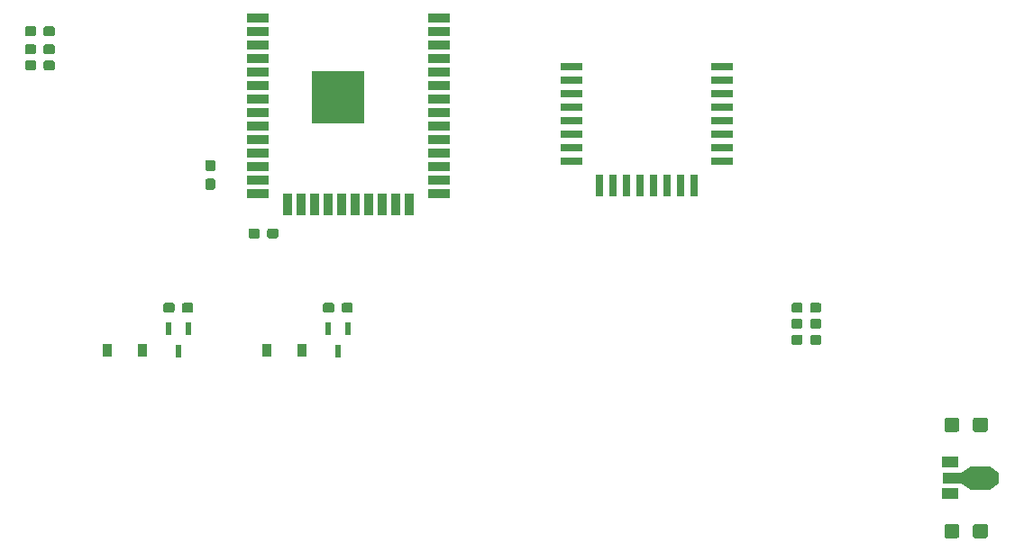
<source format=gbr>
G04 #@! TF.GenerationSoftware,KiCad,Pcbnew,5.1.4+dfsg1-1*
G04 #@! TF.CreationDate,2020-01-26T17:09:30+03:00*
G04 #@! TF.ProjectId,smart-roller-gate-controller,736d6172-742d-4726-9f6c-6c65722d6761,rev?*
G04 #@! TF.SameCoordinates,Original*
G04 #@! TF.FileFunction,Paste,Top*
G04 #@! TF.FilePolarity,Positive*
%FSLAX46Y46*%
G04 Gerber Fmt 4.6, Leading zero omitted, Abs format (unit mm)*
G04 Created by KiCad (PCBNEW 5.1.4+dfsg1-1) date 2020-01-26 17:09:30*
%MOMM*%
%LPD*%
G04 APERTURE LIST*
%ADD10C,0.100000*%
%ADD11C,1.350000*%
%ADD12C,0.850000*%
%ADD13R,1.500000X1.000000*%
%ADD14R,1.800000X1.000000*%
%ADD15R,1.840000X2.200000*%
%ADD16C,1.000000*%
%ADD17R,2.000000X0.700000*%
%ADD18R,0.700000X2.000000*%
%ADD19R,5.000000X5.000000*%
%ADD20R,2.000000X0.900000*%
%ADD21R,0.900000X2.000000*%
%ADD22R,0.600000X1.300000*%
%ADD23C,0.950000*%
%ADD24R,0.900000X1.200000*%
G04 APERTURE END LIST*
D10*
G36*
X193124505Y-139326204D02*
G01*
X193148773Y-139329804D01*
X193172572Y-139335765D01*
X193195671Y-139344030D01*
X193217850Y-139354520D01*
X193238893Y-139367132D01*
X193258599Y-139381747D01*
X193276777Y-139398223D01*
X193293253Y-139416401D01*
X193307868Y-139436107D01*
X193320480Y-139457150D01*
X193330970Y-139479329D01*
X193339235Y-139502428D01*
X193345196Y-139526227D01*
X193348796Y-139550495D01*
X193350000Y-139574999D01*
X193350000Y-140425001D01*
X193348796Y-140449505D01*
X193345196Y-140473773D01*
X193339235Y-140497572D01*
X193330970Y-140520671D01*
X193320480Y-140542850D01*
X193307868Y-140563893D01*
X193293253Y-140583599D01*
X193276777Y-140601777D01*
X193258599Y-140618253D01*
X193238893Y-140632868D01*
X193217850Y-140645480D01*
X193195671Y-140655970D01*
X193172572Y-140664235D01*
X193148773Y-140670196D01*
X193124505Y-140673796D01*
X193100001Y-140675000D01*
X192199999Y-140675000D01*
X192175495Y-140673796D01*
X192151227Y-140670196D01*
X192127428Y-140664235D01*
X192104329Y-140655970D01*
X192082150Y-140645480D01*
X192061107Y-140632868D01*
X192041401Y-140618253D01*
X192023223Y-140601777D01*
X192006747Y-140583599D01*
X191992132Y-140563893D01*
X191979520Y-140542850D01*
X191969030Y-140520671D01*
X191960765Y-140497572D01*
X191954804Y-140473773D01*
X191951204Y-140449505D01*
X191950000Y-140425001D01*
X191950000Y-139574999D01*
X191951204Y-139550495D01*
X191954804Y-139526227D01*
X191960765Y-139502428D01*
X191969030Y-139479329D01*
X191979520Y-139457150D01*
X191992132Y-139436107D01*
X192006747Y-139416401D01*
X192023223Y-139398223D01*
X192041401Y-139381747D01*
X192061107Y-139367132D01*
X192082150Y-139354520D01*
X192104329Y-139344030D01*
X192127428Y-139335765D01*
X192151227Y-139329804D01*
X192175495Y-139326204D01*
X192199999Y-139325000D01*
X193100001Y-139325000D01*
X193124505Y-139326204D01*
X193124505Y-139326204D01*
G37*
D11*
X192650000Y-140000000D03*
D10*
G36*
X195824505Y-139326204D02*
G01*
X195848773Y-139329804D01*
X195872572Y-139335765D01*
X195895671Y-139344030D01*
X195917850Y-139354520D01*
X195938893Y-139367132D01*
X195958599Y-139381747D01*
X195976777Y-139398223D01*
X195993253Y-139416401D01*
X196007868Y-139436107D01*
X196020480Y-139457150D01*
X196030970Y-139479329D01*
X196039235Y-139502428D01*
X196045196Y-139526227D01*
X196048796Y-139550495D01*
X196050000Y-139574999D01*
X196050000Y-140425001D01*
X196048796Y-140449505D01*
X196045196Y-140473773D01*
X196039235Y-140497572D01*
X196030970Y-140520671D01*
X196020480Y-140542850D01*
X196007868Y-140563893D01*
X195993253Y-140583599D01*
X195976777Y-140601777D01*
X195958599Y-140618253D01*
X195938893Y-140632868D01*
X195917850Y-140645480D01*
X195895671Y-140655970D01*
X195872572Y-140664235D01*
X195848773Y-140670196D01*
X195824505Y-140673796D01*
X195800001Y-140675000D01*
X194899999Y-140675000D01*
X194875495Y-140673796D01*
X194851227Y-140670196D01*
X194827428Y-140664235D01*
X194804329Y-140655970D01*
X194782150Y-140645480D01*
X194761107Y-140632868D01*
X194741401Y-140618253D01*
X194723223Y-140601777D01*
X194706747Y-140583599D01*
X194692132Y-140563893D01*
X194679520Y-140542850D01*
X194669030Y-140520671D01*
X194660765Y-140497572D01*
X194654804Y-140473773D01*
X194651204Y-140449505D01*
X194650000Y-140425001D01*
X194650000Y-139574999D01*
X194651204Y-139550495D01*
X194654804Y-139526227D01*
X194660765Y-139502428D01*
X194669030Y-139479329D01*
X194679520Y-139457150D01*
X194692132Y-139436107D01*
X194706747Y-139416401D01*
X194723223Y-139398223D01*
X194741401Y-139381747D01*
X194761107Y-139367132D01*
X194782150Y-139354520D01*
X194804329Y-139344030D01*
X194827428Y-139335765D01*
X194851227Y-139329804D01*
X194875495Y-139326204D01*
X194899999Y-139325000D01*
X195800001Y-139325000D01*
X195824505Y-139326204D01*
X195824505Y-139326204D01*
G37*
D11*
X195350000Y-140000000D03*
D10*
G36*
X193124505Y-149326204D02*
G01*
X193148773Y-149329804D01*
X193172572Y-149335765D01*
X193195671Y-149344030D01*
X193217850Y-149354520D01*
X193238893Y-149367132D01*
X193258599Y-149381747D01*
X193276777Y-149398223D01*
X193293253Y-149416401D01*
X193307868Y-149436107D01*
X193320480Y-149457150D01*
X193330970Y-149479329D01*
X193339235Y-149502428D01*
X193345196Y-149526227D01*
X193348796Y-149550495D01*
X193350000Y-149574999D01*
X193350000Y-150425001D01*
X193348796Y-150449505D01*
X193345196Y-150473773D01*
X193339235Y-150497572D01*
X193330970Y-150520671D01*
X193320480Y-150542850D01*
X193307868Y-150563893D01*
X193293253Y-150583599D01*
X193276777Y-150601777D01*
X193258599Y-150618253D01*
X193238893Y-150632868D01*
X193217850Y-150645480D01*
X193195671Y-150655970D01*
X193172572Y-150664235D01*
X193148773Y-150670196D01*
X193124505Y-150673796D01*
X193100001Y-150675000D01*
X192199999Y-150675000D01*
X192175495Y-150673796D01*
X192151227Y-150670196D01*
X192127428Y-150664235D01*
X192104329Y-150655970D01*
X192082150Y-150645480D01*
X192061107Y-150632868D01*
X192041401Y-150618253D01*
X192023223Y-150601777D01*
X192006747Y-150583599D01*
X191992132Y-150563893D01*
X191979520Y-150542850D01*
X191969030Y-150520671D01*
X191960765Y-150497572D01*
X191954804Y-150473773D01*
X191951204Y-150449505D01*
X191950000Y-150425001D01*
X191950000Y-149574999D01*
X191951204Y-149550495D01*
X191954804Y-149526227D01*
X191960765Y-149502428D01*
X191969030Y-149479329D01*
X191979520Y-149457150D01*
X191992132Y-149436107D01*
X192006747Y-149416401D01*
X192023223Y-149398223D01*
X192041401Y-149381747D01*
X192061107Y-149367132D01*
X192082150Y-149354520D01*
X192104329Y-149344030D01*
X192127428Y-149335765D01*
X192151227Y-149329804D01*
X192175495Y-149326204D01*
X192199999Y-149325000D01*
X193100001Y-149325000D01*
X193124505Y-149326204D01*
X193124505Y-149326204D01*
G37*
D11*
X192650000Y-150000000D03*
D10*
G36*
X195824505Y-149326204D02*
G01*
X195848773Y-149329804D01*
X195872572Y-149335765D01*
X195895671Y-149344030D01*
X195917850Y-149354520D01*
X195938893Y-149367132D01*
X195958599Y-149381747D01*
X195976777Y-149398223D01*
X195993253Y-149416401D01*
X196007868Y-149436107D01*
X196020480Y-149457150D01*
X196030970Y-149479329D01*
X196039235Y-149502428D01*
X196045196Y-149526227D01*
X196048796Y-149550495D01*
X196050000Y-149574999D01*
X196050000Y-150425001D01*
X196048796Y-150449505D01*
X196045196Y-150473773D01*
X196039235Y-150497572D01*
X196030970Y-150520671D01*
X196020480Y-150542850D01*
X196007868Y-150563893D01*
X195993253Y-150583599D01*
X195976777Y-150601777D01*
X195958599Y-150618253D01*
X195938893Y-150632868D01*
X195917850Y-150645480D01*
X195895671Y-150655970D01*
X195872572Y-150664235D01*
X195848773Y-150670196D01*
X195824505Y-150673796D01*
X195800001Y-150675000D01*
X194899999Y-150675000D01*
X194875495Y-150673796D01*
X194851227Y-150670196D01*
X194827428Y-150664235D01*
X194804329Y-150655970D01*
X194782150Y-150645480D01*
X194761107Y-150632868D01*
X194741401Y-150618253D01*
X194723223Y-150601777D01*
X194706747Y-150583599D01*
X194692132Y-150563893D01*
X194679520Y-150542850D01*
X194669030Y-150520671D01*
X194660765Y-150497572D01*
X194654804Y-150473773D01*
X194651204Y-150449505D01*
X194650000Y-150425001D01*
X194650000Y-149574999D01*
X194651204Y-149550495D01*
X194654804Y-149526227D01*
X194660765Y-149502428D01*
X194669030Y-149479329D01*
X194679520Y-149457150D01*
X194692132Y-149436107D01*
X194706747Y-149416401D01*
X194723223Y-149398223D01*
X194741401Y-149381747D01*
X194761107Y-149367132D01*
X194782150Y-149354520D01*
X194804329Y-149344030D01*
X194827428Y-149335765D01*
X194851227Y-149329804D01*
X194875495Y-149326204D01*
X194899999Y-149325000D01*
X195800001Y-149325000D01*
X195824505Y-149326204D01*
X195824505Y-149326204D01*
G37*
D11*
X195350000Y-150000000D03*
D12*
X196667000Y-145000000D03*
D10*
G36*
X196242000Y-143900000D02*
G01*
X197092000Y-144500000D01*
X197092000Y-145500000D01*
X196242000Y-146100000D01*
X196242000Y-143900000D01*
X196242000Y-143900000D01*
G37*
D13*
X192520000Y-143500000D03*
D14*
X192666500Y-145000000D03*
D13*
X192520000Y-146500000D03*
D15*
X195333500Y-145000000D03*
D16*
X193923800Y-145000000D03*
D10*
G36*
X194423800Y-146100000D02*
G01*
X193423800Y-145400000D01*
X193423800Y-144600000D01*
X194423800Y-143900000D01*
X194423800Y-146100000D01*
X194423800Y-146100000D01*
G37*
D17*
X171050000Y-115240000D03*
X171050000Y-113970000D03*
X171050000Y-112700000D03*
X171050000Y-111430000D03*
X171050000Y-110160000D03*
X171050000Y-108890000D03*
X171050000Y-107620000D03*
X171050000Y-106350000D03*
D18*
X159540000Y-117500000D03*
X160810000Y-117500000D03*
X162080000Y-117500000D03*
X163350000Y-117500000D03*
X164620000Y-117500000D03*
X165890000Y-117500000D03*
X167160000Y-117500000D03*
X168430000Y-117500000D03*
D17*
X156950000Y-106350000D03*
X156950000Y-107620000D03*
X156950000Y-108890000D03*
X156950000Y-110160000D03*
X156950000Y-111430000D03*
X156950000Y-112700000D03*
X156950000Y-113970000D03*
X156950000Y-115240000D03*
D19*
X135000000Y-109245000D03*
D20*
X127500000Y-101745000D03*
X127500000Y-103015000D03*
X127500000Y-104285000D03*
X127500000Y-105555000D03*
X127500000Y-106825000D03*
X127500000Y-108095000D03*
X127500000Y-109365000D03*
X127500000Y-110635000D03*
X127500000Y-111905000D03*
X127500000Y-113175000D03*
X127500000Y-114445000D03*
X127500000Y-115715000D03*
X127500000Y-116985000D03*
X127500000Y-118255000D03*
D21*
X130285000Y-119255000D03*
X131555000Y-119255000D03*
X132825000Y-119255000D03*
X134095000Y-119255000D03*
X135365000Y-119255000D03*
X136635000Y-119255000D03*
X137905000Y-119255000D03*
X139175000Y-119255000D03*
X140445000Y-119255000D03*
X141715000Y-119255000D03*
D20*
X144500000Y-118255000D03*
X144500000Y-116985000D03*
X144500000Y-115715000D03*
X144500000Y-114445000D03*
X144500000Y-113175000D03*
X144500000Y-111905000D03*
X144500000Y-110635000D03*
X144500000Y-109365000D03*
X144500000Y-108095000D03*
X144500000Y-106825000D03*
X144500000Y-105555000D03*
X144500000Y-104285000D03*
X144500000Y-103015000D03*
X144500000Y-101745000D03*
D22*
X120000000Y-133050000D03*
X119050000Y-130950000D03*
X120950000Y-130950000D03*
X135950000Y-130950000D03*
X134050000Y-130950000D03*
X135000000Y-133050000D03*
D10*
G36*
X106435779Y-104226144D02*
G01*
X106458834Y-104229563D01*
X106481443Y-104235227D01*
X106503387Y-104243079D01*
X106524457Y-104253044D01*
X106544448Y-104265026D01*
X106563168Y-104278910D01*
X106580438Y-104294562D01*
X106596090Y-104311832D01*
X106609974Y-104330552D01*
X106621956Y-104350543D01*
X106631921Y-104371613D01*
X106639773Y-104393557D01*
X106645437Y-104416166D01*
X106648856Y-104439221D01*
X106650000Y-104462500D01*
X106650000Y-104937500D01*
X106648856Y-104960779D01*
X106645437Y-104983834D01*
X106639773Y-105006443D01*
X106631921Y-105028387D01*
X106621956Y-105049457D01*
X106609974Y-105069448D01*
X106596090Y-105088168D01*
X106580438Y-105105438D01*
X106563168Y-105121090D01*
X106544448Y-105134974D01*
X106524457Y-105146956D01*
X106503387Y-105156921D01*
X106481443Y-105164773D01*
X106458834Y-105170437D01*
X106435779Y-105173856D01*
X106412500Y-105175000D01*
X105837500Y-105175000D01*
X105814221Y-105173856D01*
X105791166Y-105170437D01*
X105768557Y-105164773D01*
X105746613Y-105156921D01*
X105725543Y-105146956D01*
X105705552Y-105134974D01*
X105686832Y-105121090D01*
X105669562Y-105105438D01*
X105653910Y-105088168D01*
X105640026Y-105069448D01*
X105628044Y-105049457D01*
X105618079Y-105028387D01*
X105610227Y-105006443D01*
X105604563Y-104983834D01*
X105601144Y-104960779D01*
X105600000Y-104937500D01*
X105600000Y-104462500D01*
X105601144Y-104439221D01*
X105604563Y-104416166D01*
X105610227Y-104393557D01*
X105618079Y-104371613D01*
X105628044Y-104350543D01*
X105640026Y-104330552D01*
X105653910Y-104311832D01*
X105669562Y-104294562D01*
X105686832Y-104278910D01*
X105705552Y-104265026D01*
X105725543Y-104253044D01*
X105746613Y-104243079D01*
X105768557Y-104235227D01*
X105791166Y-104229563D01*
X105814221Y-104226144D01*
X105837500Y-104225000D01*
X106412500Y-104225000D01*
X106435779Y-104226144D01*
X106435779Y-104226144D01*
G37*
D23*
X106125000Y-104700000D03*
D10*
G36*
X108185779Y-104226144D02*
G01*
X108208834Y-104229563D01*
X108231443Y-104235227D01*
X108253387Y-104243079D01*
X108274457Y-104253044D01*
X108294448Y-104265026D01*
X108313168Y-104278910D01*
X108330438Y-104294562D01*
X108346090Y-104311832D01*
X108359974Y-104330552D01*
X108371956Y-104350543D01*
X108381921Y-104371613D01*
X108389773Y-104393557D01*
X108395437Y-104416166D01*
X108398856Y-104439221D01*
X108400000Y-104462500D01*
X108400000Y-104937500D01*
X108398856Y-104960779D01*
X108395437Y-104983834D01*
X108389773Y-105006443D01*
X108381921Y-105028387D01*
X108371956Y-105049457D01*
X108359974Y-105069448D01*
X108346090Y-105088168D01*
X108330438Y-105105438D01*
X108313168Y-105121090D01*
X108294448Y-105134974D01*
X108274457Y-105146956D01*
X108253387Y-105156921D01*
X108231443Y-105164773D01*
X108208834Y-105170437D01*
X108185779Y-105173856D01*
X108162500Y-105175000D01*
X107587500Y-105175000D01*
X107564221Y-105173856D01*
X107541166Y-105170437D01*
X107518557Y-105164773D01*
X107496613Y-105156921D01*
X107475543Y-105146956D01*
X107455552Y-105134974D01*
X107436832Y-105121090D01*
X107419562Y-105105438D01*
X107403910Y-105088168D01*
X107390026Y-105069448D01*
X107378044Y-105049457D01*
X107368079Y-105028387D01*
X107360227Y-105006443D01*
X107354563Y-104983834D01*
X107351144Y-104960779D01*
X107350000Y-104937500D01*
X107350000Y-104462500D01*
X107351144Y-104439221D01*
X107354563Y-104416166D01*
X107360227Y-104393557D01*
X107368079Y-104371613D01*
X107378044Y-104350543D01*
X107390026Y-104330552D01*
X107403910Y-104311832D01*
X107419562Y-104294562D01*
X107436832Y-104278910D01*
X107455552Y-104265026D01*
X107475543Y-104253044D01*
X107496613Y-104243079D01*
X107518557Y-104235227D01*
X107541166Y-104229563D01*
X107564221Y-104226144D01*
X107587500Y-104225000D01*
X108162500Y-104225000D01*
X108185779Y-104226144D01*
X108185779Y-104226144D01*
G37*
D23*
X107875000Y-104700000D03*
D10*
G36*
X108185779Y-105726144D02*
G01*
X108208834Y-105729563D01*
X108231443Y-105735227D01*
X108253387Y-105743079D01*
X108274457Y-105753044D01*
X108294448Y-105765026D01*
X108313168Y-105778910D01*
X108330438Y-105794562D01*
X108346090Y-105811832D01*
X108359974Y-105830552D01*
X108371956Y-105850543D01*
X108381921Y-105871613D01*
X108389773Y-105893557D01*
X108395437Y-105916166D01*
X108398856Y-105939221D01*
X108400000Y-105962500D01*
X108400000Y-106437500D01*
X108398856Y-106460779D01*
X108395437Y-106483834D01*
X108389773Y-106506443D01*
X108381921Y-106528387D01*
X108371956Y-106549457D01*
X108359974Y-106569448D01*
X108346090Y-106588168D01*
X108330438Y-106605438D01*
X108313168Y-106621090D01*
X108294448Y-106634974D01*
X108274457Y-106646956D01*
X108253387Y-106656921D01*
X108231443Y-106664773D01*
X108208834Y-106670437D01*
X108185779Y-106673856D01*
X108162500Y-106675000D01*
X107587500Y-106675000D01*
X107564221Y-106673856D01*
X107541166Y-106670437D01*
X107518557Y-106664773D01*
X107496613Y-106656921D01*
X107475543Y-106646956D01*
X107455552Y-106634974D01*
X107436832Y-106621090D01*
X107419562Y-106605438D01*
X107403910Y-106588168D01*
X107390026Y-106569448D01*
X107378044Y-106549457D01*
X107368079Y-106528387D01*
X107360227Y-106506443D01*
X107354563Y-106483834D01*
X107351144Y-106460779D01*
X107350000Y-106437500D01*
X107350000Y-105962500D01*
X107351144Y-105939221D01*
X107354563Y-105916166D01*
X107360227Y-105893557D01*
X107368079Y-105871613D01*
X107378044Y-105850543D01*
X107390026Y-105830552D01*
X107403910Y-105811832D01*
X107419562Y-105794562D01*
X107436832Y-105778910D01*
X107455552Y-105765026D01*
X107475543Y-105753044D01*
X107496613Y-105743079D01*
X107518557Y-105735227D01*
X107541166Y-105729563D01*
X107564221Y-105726144D01*
X107587500Y-105725000D01*
X108162500Y-105725000D01*
X108185779Y-105726144D01*
X108185779Y-105726144D01*
G37*
D23*
X107875000Y-106200000D03*
D10*
G36*
X106435779Y-105726144D02*
G01*
X106458834Y-105729563D01*
X106481443Y-105735227D01*
X106503387Y-105743079D01*
X106524457Y-105753044D01*
X106544448Y-105765026D01*
X106563168Y-105778910D01*
X106580438Y-105794562D01*
X106596090Y-105811832D01*
X106609974Y-105830552D01*
X106621956Y-105850543D01*
X106631921Y-105871613D01*
X106639773Y-105893557D01*
X106645437Y-105916166D01*
X106648856Y-105939221D01*
X106650000Y-105962500D01*
X106650000Y-106437500D01*
X106648856Y-106460779D01*
X106645437Y-106483834D01*
X106639773Y-106506443D01*
X106631921Y-106528387D01*
X106621956Y-106549457D01*
X106609974Y-106569448D01*
X106596090Y-106588168D01*
X106580438Y-106605438D01*
X106563168Y-106621090D01*
X106544448Y-106634974D01*
X106524457Y-106646956D01*
X106503387Y-106656921D01*
X106481443Y-106664773D01*
X106458834Y-106670437D01*
X106435779Y-106673856D01*
X106412500Y-106675000D01*
X105837500Y-106675000D01*
X105814221Y-106673856D01*
X105791166Y-106670437D01*
X105768557Y-106664773D01*
X105746613Y-106656921D01*
X105725543Y-106646956D01*
X105705552Y-106634974D01*
X105686832Y-106621090D01*
X105669562Y-106605438D01*
X105653910Y-106588168D01*
X105640026Y-106569448D01*
X105628044Y-106549457D01*
X105618079Y-106528387D01*
X105610227Y-106506443D01*
X105604563Y-106483834D01*
X105601144Y-106460779D01*
X105600000Y-106437500D01*
X105600000Y-105962500D01*
X105601144Y-105939221D01*
X105604563Y-105916166D01*
X105610227Y-105893557D01*
X105618079Y-105871613D01*
X105628044Y-105850543D01*
X105640026Y-105830552D01*
X105653910Y-105811832D01*
X105669562Y-105794562D01*
X105686832Y-105778910D01*
X105705552Y-105765026D01*
X105725543Y-105753044D01*
X105746613Y-105743079D01*
X105768557Y-105735227D01*
X105791166Y-105729563D01*
X105814221Y-105726144D01*
X105837500Y-105725000D01*
X106412500Y-105725000D01*
X106435779Y-105726144D01*
X106435779Y-105726144D01*
G37*
D23*
X106125000Y-106200000D03*
D10*
G36*
X108185779Y-102526144D02*
G01*
X108208834Y-102529563D01*
X108231443Y-102535227D01*
X108253387Y-102543079D01*
X108274457Y-102553044D01*
X108294448Y-102565026D01*
X108313168Y-102578910D01*
X108330438Y-102594562D01*
X108346090Y-102611832D01*
X108359974Y-102630552D01*
X108371956Y-102650543D01*
X108381921Y-102671613D01*
X108389773Y-102693557D01*
X108395437Y-102716166D01*
X108398856Y-102739221D01*
X108400000Y-102762500D01*
X108400000Y-103237500D01*
X108398856Y-103260779D01*
X108395437Y-103283834D01*
X108389773Y-103306443D01*
X108381921Y-103328387D01*
X108371956Y-103349457D01*
X108359974Y-103369448D01*
X108346090Y-103388168D01*
X108330438Y-103405438D01*
X108313168Y-103421090D01*
X108294448Y-103434974D01*
X108274457Y-103446956D01*
X108253387Y-103456921D01*
X108231443Y-103464773D01*
X108208834Y-103470437D01*
X108185779Y-103473856D01*
X108162500Y-103475000D01*
X107587500Y-103475000D01*
X107564221Y-103473856D01*
X107541166Y-103470437D01*
X107518557Y-103464773D01*
X107496613Y-103456921D01*
X107475543Y-103446956D01*
X107455552Y-103434974D01*
X107436832Y-103421090D01*
X107419562Y-103405438D01*
X107403910Y-103388168D01*
X107390026Y-103369448D01*
X107378044Y-103349457D01*
X107368079Y-103328387D01*
X107360227Y-103306443D01*
X107354563Y-103283834D01*
X107351144Y-103260779D01*
X107350000Y-103237500D01*
X107350000Y-102762500D01*
X107351144Y-102739221D01*
X107354563Y-102716166D01*
X107360227Y-102693557D01*
X107368079Y-102671613D01*
X107378044Y-102650543D01*
X107390026Y-102630552D01*
X107403910Y-102611832D01*
X107419562Y-102594562D01*
X107436832Y-102578910D01*
X107455552Y-102565026D01*
X107475543Y-102553044D01*
X107496613Y-102543079D01*
X107518557Y-102535227D01*
X107541166Y-102529563D01*
X107564221Y-102526144D01*
X107587500Y-102525000D01*
X108162500Y-102525000D01*
X108185779Y-102526144D01*
X108185779Y-102526144D01*
G37*
D23*
X107875000Y-103000000D03*
D10*
G36*
X106435779Y-102526144D02*
G01*
X106458834Y-102529563D01*
X106481443Y-102535227D01*
X106503387Y-102543079D01*
X106524457Y-102553044D01*
X106544448Y-102565026D01*
X106563168Y-102578910D01*
X106580438Y-102594562D01*
X106596090Y-102611832D01*
X106609974Y-102630552D01*
X106621956Y-102650543D01*
X106631921Y-102671613D01*
X106639773Y-102693557D01*
X106645437Y-102716166D01*
X106648856Y-102739221D01*
X106650000Y-102762500D01*
X106650000Y-103237500D01*
X106648856Y-103260779D01*
X106645437Y-103283834D01*
X106639773Y-103306443D01*
X106631921Y-103328387D01*
X106621956Y-103349457D01*
X106609974Y-103369448D01*
X106596090Y-103388168D01*
X106580438Y-103405438D01*
X106563168Y-103421090D01*
X106544448Y-103434974D01*
X106524457Y-103446956D01*
X106503387Y-103456921D01*
X106481443Y-103464773D01*
X106458834Y-103470437D01*
X106435779Y-103473856D01*
X106412500Y-103475000D01*
X105837500Y-103475000D01*
X105814221Y-103473856D01*
X105791166Y-103470437D01*
X105768557Y-103464773D01*
X105746613Y-103456921D01*
X105725543Y-103446956D01*
X105705552Y-103434974D01*
X105686832Y-103421090D01*
X105669562Y-103405438D01*
X105653910Y-103388168D01*
X105640026Y-103369448D01*
X105628044Y-103349457D01*
X105618079Y-103328387D01*
X105610227Y-103306443D01*
X105604563Y-103283834D01*
X105601144Y-103260779D01*
X105600000Y-103237500D01*
X105600000Y-102762500D01*
X105601144Y-102739221D01*
X105604563Y-102716166D01*
X105610227Y-102693557D01*
X105618079Y-102671613D01*
X105628044Y-102650543D01*
X105640026Y-102630552D01*
X105653910Y-102611832D01*
X105669562Y-102594562D01*
X105686832Y-102578910D01*
X105705552Y-102565026D01*
X105725543Y-102553044D01*
X105746613Y-102543079D01*
X105768557Y-102535227D01*
X105791166Y-102529563D01*
X105814221Y-102526144D01*
X105837500Y-102525000D01*
X106412500Y-102525000D01*
X106435779Y-102526144D01*
X106435779Y-102526144D01*
G37*
D23*
X106125000Y-103000000D03*
D10*
G36*
X180185779Y-131526144D02*
G01*
X180208834Y-131529563D01*
X180231443Y-131535227D01*
X180253387Y-131543079D01*
X180274457Y-131553044D01*
X180294448Y-131565026D01*
X180313168Y-131578910D01*
X180330438Y-131594562D01*
X180346090Y-131611832D01*
X180359974Y-131630552D01*
X180371956Y-131650543D01*
X180381921Y-131671613D01*
X180389773Y-131693557D01*
X180395437Y-131716166D01*
X180398856Y-131739221D01*
X180400000Y-131762500D01*
X180400000Y-132237500D01*
X180398856Y-132260779D01*
X180395437Y-132283834D01*
X180389773Y-132306443D01*
X180381921Y-132328387D01*
X180371956Y-132349457D01*
X180359974Y-132369448D01*
X180346090Y-132388168D01*
X180330438Y-132405438D01*
X180313168Y-132421090D01*
X180294448Y-132434974D01*
X180274457Y-132446956D01*
X180253387Y-132456921D01*
X180231443Y-132464773D01*
X180208834Y-132470437D01*
X180185779Y-132473856D01*
X180162500Y-132475000D01*
X179587500Y-132475000D01*
X179564221Y-132473856D01*
X179541166Y-132470437D01*
X179518557Y-132464773D01*
X179496613Y-132456921D01*
X179475543Y-132446956D01*
X179455552Y-132434974D01*
X179436832Y-132421090D01*
X179419562Y-132405438D01*
X179403910Y-132388168D01*
X179390026Y-132369448D01*
X179378044Y-132349457D01*
X179368079Y-132328387D01*
X179360227Y-132306443D01*
X179354563Y-132283834D01*
X179351144Y-132260779D01*
X179350000Y-132237500D01*
X179350000Y-131762500D01*
X179351144Y-131739221D01*
X179354563Y-131716166D01*
X179360227Y-131693557D01*
X179368079Y-131671613D01*
X179378044Y-131650543D01*
X179390026Y-131630552D01*
X179403910Y-131611832D01*
X179419562Y-131594562D01*
X179436832Y-131578910D01*
X179455552Y-131565026D01*
X179475543Y-131553044D01*
X179496613Y-131543079D01*
X179518557Y-131535227D01*
X179541166Y-131529563D01*
X179564221Y-131526144D01*
X179587500Y-131525000D01*
X180162500Y-131525000D01*
X180185779Y-131526144D01*
X180185779Y-131526144D01*
G37*
D23*
X179875000Y-132000000D03*
D10*
G36*
X178435779Y-131526144D02*
G01*
X178458834Y-131529563D01*
X178481443Y-131535227D01*
X178503387Y-131543079D01*
X178524457Y-131553044D01*
X178544448Y-131565026D01*
X178563168Y-131578910D01*
X178580438Y-131594562D01*
X178596090Y-131611832D01*
X178609974Y-131630552D01*
X178621956Y-131650543D01*
X178631921Y-131671613D01*
X178639773Y-131693557D01*
X178645437Y-131716166D01*
X178648856Y-131739221D01*
X178650000Y-131762500D01*
X178650000Y-132237500D01*
X178648856Y-132260779D01*
X178645437Y-132283834D01*
X178639773Y-132306443D01*
X178631921Y-132328387D01*
X178621956Y-132349457D01*
X178609974Y-132369448D01*
X178596090Y-132388168D01*
X178580438Y-132405438D01*
X178563168Y-132421090D01*
X178544448Y-132434974D01*
X178524457Y-132446956D01*
X178503387Y-132456921D01*
X178481443Y-132464773D01*
X178458834Y-132470437D01*
X178435779Y-132473856D01*
X178412500Y-132475000D01*
X177837500Y-132475000D01*
X177814221Y-132473856D01*
X177791166Y-132470437D01*
X177768557Y-132464773D01*
X177746613Y-132456921D01*
X177725543Y-132446956D01*
X177705552Y-132434974D01*
X177686832Y-132421090D01*
X177669562Y-132405438D01*
X177653910Y-132388168D01*
X177640026Y-132369448D01*
X177628044Y-132349457D01*
X177618079Y-132328387D01*
X177610227Y-132306443D01*
X177604563Y-132283834D01*
X177601144Y-132260779D01*
X177600000Y-132237500D01*
X177600000Y-131762500D01*
X177601144Y-131739221D01*
X177604563Y-131716166D01*
X177610227Y-131693557D01*
X177618079Y-131671613D01*
X177628044Y-131650543D01*
X177640026Y-131630552D01*
X177653910Y-131611832D01*
X177669562Y-131594562D01*
X177686832Y-131578910D01*
X177705552Y-131565026D01*
X177725543Y-131553044D01*
X177746613Y-131543079D01*
X177768557Y-131535227D01*
X177791166Y-131529563D01*
X177814221Y-131526144D01*
X177837500Y-131525000D01*
X178412500Y-131525000D01*
X178435779Y-131526144D01*
X178435779Y-131526144D01*
G37*
D23*
X178125000Y-132000000D03*
D10*
G36*
X123260779Y-115101144D02*
G01*
X123283834Y-115104563D01*
X123306443Y-115110227D01*
X123328387Y-115118079D01*
X123349457Y-115128044D01*
X123369448Y-115140026D01*
X123388168Y-115153910D01*
X123405438Y-115169562D01*
X123421090Y-115186832D01*
X123434974Y-115205552D01*
X123446956Y-115225543D01*
X123456921Y-115246613D01*
X123464773Y-115268557D01*
X123470437Y-115291166D01*
X123473856Y-115314221D01*
X123475000Y-115337500D01*
X123475000Y-115912500D01*
X123473856Y-115935779D01*
X123470437Y-115958834D01*
X123464773Y-115981443D01*
X123456921Y-116003387D01*
X123446956Y-116024457D01*
X123434974Y-116044448D01*
X123421090Y-116063168D01*
X123405438Y-116080438D01*
X123388168Y-116096090D01*
X123369448Y-116109974D01*
X123349457Y-116121956D01*
X123328387Y-116131921D01*
X123306443Y-116139773D01*
X123283834Y-116145437D01*
X123260779Y-116148856D01*
X123237500Y-116150000D01*
X122762500Y-116150000D01*
X122739221Y-116148856D01*
X122716166Y-116145437D01*
X122693557Y-116139773D01*
X122671613Y-116131921D01*
X122650543Y-116121956D01*
X122630552Y-116109974D01*
X122611832Y-116096090D01*
X122594562Y-116080438D01*
X122578910Y-116063168D01*
X122565026Y-116044448D01*
X122553044Y-116024457D01*
X122543079Y-116003387D01*
X122535227Y-115981443D01*
X122529563Y-115958834D01*
X122526144Y-115935779D01*
X122525000Y-115912500D01*
X122525000Y-115337500D01*
X122526144Y-115314221D01*
X122529563Y-115291166D01*
X122535227Y-115268557D01*
X122543079Y-115246613D01*
X122553044Y-115225543D01*
X122565026Y-115205552D01*
X122578910Y-115186832D01*
X122594562Y-115169562D01*
X122611832Y-115153910D01*
X122630552Y-115140026D01*
X122650543Y-115128044D01*
X122671613Y-115118079D01*
X122693557Y-115110227D01*
X122716166Y-115104563D01*
X122739221Y-115101144D01*
X122762500Y-115100000D01*
X123237500Y-115100000D01*
X123260779Y-115101144D01*
X123260779Y-115101144D01*
G37*
D23*
X123000000Y-115625000D03*
D10*
G36*
X123260779Y-116851144D02*
G01*
X123283834Y-116854563D01*
X123306443Y-116860227D01*
X123328387Y-116868079D01*
X123349457Y-116878044D01*
X123369448Y-116890026D01*
X123388168Y-116903910D01*
X123405438Y-116919562D01*
X123421090Y-116936832D01*
X123434974Y-116955552D01*
X123446956Y-116975543D01*
X123456921Y-116996613D01*
X123464773Y-117018557D01*
X123470437Y-117041166D01*
X123473856Y-117064221D01*
X123475000Y-117087500D01*
X123475000Y-117662500D01*
X123473856Y-117685779D01*
X123470437Y-117708834D01*
X123464773Y-117731443D01*
X123456921Y-117753387D01*
X123446956Y-117774457D01*
X123434974Y-117794448D01*
X123421090Y-117813168D01*
X123405438Y-117830438D01*
X123388168Y-117846090D01*
X123369448Y-117859974D01*
X123349457Y-117871956D01*
X123328387Y-117881921D01*
X123306443Y-117889773D01*
X123283834Y-117895437D01*
X123260779Y-117898856D01*
X123237500Y-117900000D01*
X122762500Y-117900000D01*
X122739221Y-117898856D01*
X122716166Y-117895437D01*
X122693557Y-117889773D01*
X122671613Y-117881921D01*
X122650543Y-117871956D01*
X122630552Y-117859974D01*
X122611832Y-117846090D01*
X122594562Y-117830438D01*
X122578910Y-117813168D01*
X122565026Y-117794448D01*
X122553044Y-117774457D01*
X122543079Y-117753387D01*
X122535227Y-117731443D01*
X122529563Y-117708834D01*
X122526144Y-117685779D01*
X122525000Y-117662500D01*
X122525000Y-117087500D01*
X122526144Y-117064221D01*
X122529563Y-117041166D01*
X122535227Y-117018557D01*
X122543079Y-116996613D01*
X122553044Y-116975543D01*
X122565026Y-116955552D01*
X122578910Y-116936832D01*
X122594562Y-116919562D01*
X122611832Y-116903910D01*
X122630552Y-116890026D01*
X122650543Y-116878044D01*
X122671613Y-116868079D01*
X122693557Y-116860227D01*
X122716166Y-116854563D01*
X122739221Y-116851144D01*
X122762500Y-116850000D01*
X123237500Y-116850000D01*
X123260779Y-116851144D01*
X123260779Y-116851144D01*
G37*
D23*
X123000000Y-117375000D03*
D10*
G36*
X129185779Y-121526144D02*
G01*
X129208834Y-121529563D01*
X129231443Y-121535227D01*
X129253387Y-121543079D01*
X129274457Y-121553044D01*
X129294448Y-121565026D01*
X129313168Y-121578910D01*
X129330438Y-121594562D01*
X129346090Y-121611832D01*
X129359974Y-121630552D01*
X129371956Y-121650543D01*
X129381921Y-121671613D01*
X129389773Y-121693557D01*
X129395437Y-121716166D01*
X129398856Y-121739221D01*
X129400000Y-121762500D01*
X129400000Y-122237500D01*
X129398856Y-122260779D01*
X129395437Y-122283834D01*
X129389773Y-122306443D01*
X129381921Y-122328387D01*
X129371956Y-122349457D01*
X129359974Y-122369448D01*
X129346090Y-122388168D01*
X129330438Y-122405438D01*
X129313168Y-122421090D01*
X129294448Y-122434974D01*
X129274457Y-122446956D01*
X129253387Y-122456921D01*
X129231443Y-122464773D01*
X129208834Y-122470437D01*
X129185779Y-122473856D01*
X129162500Y-122475000D01*
X128587500Y-122475000D01*
X128564221Y-122473856D01*
X128541166Y-122470437D01*
X128518557Y-122464773D01*
X128496613Y-122456921D01*
X128475543Y-122446956D01*
X128455552Y-122434974D01*
X128436832Y-122421090D01*
X128419562Y-122405438D01*
X128403910Y-122388168D01*
X128390026Y-122369448D01*
X128378044Y-122349457D01*
X128368079Y-122328387D01*
X128360227Y-122306443D01*
X128354563Y-122283834D01*
X128351144Y-122260779D01*
X128350000Y-122237500D01*
X128350000Y-121762500D01*
X128351144Y-121739221D01*
X128354563Y-121716166D01*
X128360227Y-121693557D01*
X128368079Y-121671613D01*
X128378044Y-121650543D01*
X128390026Y-121630552D01*
X128403910Y-121611832D01*
X128419562Y-121594562D01*
X128436832Y-121578910D01*
X128455552Y-121565026D01*
X128475543Y-121553044D01*
X128496613Y-121543079D01*
X128518557Y-121535227D01*
X128541166Y-121529563D01*
X128564221Y-121526144D01*
X128587500Y-121525000D01*
X129162500Y-121525000D01*
X129185779Y-121526144D01*
X129185779Y-121526144D01*
G37*
D23*
X128875000Y-122000000D03*
D10*
G36*
X127435779Y-121526144D02*
G01*
X127458834Y-121529563D01*
X127481443Y-121535227D01*
X127503387Y-121543079D01*
X127524457Y-121553044D01*
X127544448Y-121565026D01*
X127563168Y-121578910D01*
X127580438Y-121594562D01*
X127596090Y-121611832D01*
X127609974Y-121630552D01*
X127621956Y-121650543D01*
X127631921Y-121671613D01*
X127639773Y-121693557D01*
X127645437Y-121716166D01*
X127648856Y-121739221D01*
X127650000Y-121762500D01*
X127650000Y-122237500D01*
X127648856Y-122260779D01*
X127645437Y-122283834D01*
X127639773Y-122306443D01*
X127631921Y-122328387D01*
X127621956Y-122349457D01*
X127609974Y-122369448D01*
X127596090Y-122388168D01*
X127580438Y-122405438D01*
X127563168Y-122421090D01*
X127544448Y-122434974D01*
X127524457Y-122446956D01*
X127503387Y-122456921D01*
X127481443Y-122464773D01*
X127458834Y-122470437D01*
X127435779Y-122473856D01*
X127412500Y-122475000D01*
X126837500Y-122475000D01*
X126814221Y-122473856D01*
X126791166Y-122470437D01*
X126768557Y-122464773D01*
X126746613Y-122456921D01*
X126725543Y-122446956D01*
X126705552Y-122434974D01*
X126686832Y-122421090D01*
X126669562Y-122405438D01*
X126653910Y-122388168D01*
X126640026Y-122369448D01*
X126628044Y-122349457D01*
X126618079Y-122328387D01*
X126610227Y-122306443D01*
X126604563Y-122283834D01*
X126601144Y-122260779D01*
X126600000Y-122237500D01*
X126600000Y-121762500D01*
X126601144Y-121739221D01*
X126604563Y-121716166D01*
X126610227Y-121693557D01*
X126618079Y-121671613D01*
X126628044Y-121650543D01*
X126640026Y-121630552D01*
X126653910Y-121611832D01*
X126669562Y-121594562D01*
X126686832Y-121578910D01*
X126705552Y-121565026D01*
X126725543Y-121553044D01*
X126746613Y-121543079D01*
X126768557Y-121535227D01*
X126791166Y-121529563D01*
X126814221Y-121526144D01*
X126837500Y-121525000D01*
X127412500Y-121525000D01*
X127435779Y-121526144D01*
X127435779Y-121526144D01*
G37*
D23*
X127125000Y-122000000D03*
D10*
G36*
X121185779Y-128526144D02*
G01*
X121208834Y-128529563D01*
X121231443Y-128535227D01*
X121253387Y-128543079D01*
X121274457Y-128553044D01*
X121294448Y-128565026D01*
X121313168Y-128578910D01*
X121330438Y-128594562D01*
X121346090Y-128611832D01*
X121359974Y-128630552D01*
X121371956Y-128650543D01*
X121381921Y-128671613D01*
X121389773Y-128693557D01*
X121395437Y-128716166D01*
X121398856Y-128739221D01*
X121400000Y-128762500D01*
X121400000Y-129237500D01*
X121398856Y-129260779D01*
X121395437Y-129283834D01*
X121389773Y-129306443D01*
X121381921Y-129328387D01*
X121371956Y-129349457D01*
X121359974Y-129369448D01*
X121346090Y-129388168D01*
X121330438Y-129405438D01*
X121313168Y-129421090D01*
X121294448Y-129434974D01*
X121274457Y-129446956D01*
X121253387Y-129456921D01*
X121231443Y-129464773D01*
X121208834Y-129470437D01*
X121185779Y-129473856D01*
X121162500Y-129475000D01*
X120587500Y-129475000D01*
X120564221Y-129473856D01*
X120541166Y-129470437D01*
X120518557Y-129464773D01*
X120496613Y-129456921D01*
X120475543Y-129446956D01*
X120455552Y-129434974D01*
X120436832Y-129421090D01*
X120419562Y-129405438D01*
X120403910Y-129388168D01*
X120390026Y-129369448D01*
X120378044Y-129349457D01*
X120368079Y-129328387D01*
X120360227Y-129306443D01*
X120354563Y-129283834D01*
X120351144Y-129260779D01*
X120350000Y-129237500D01*
X120350000Y-128762500D01*
X120351144Y-128739221D01*
X120354563Y-128716166D01*
X120360227Y-128693557D01*
X120368079Y-128671613D01*
X120378044Y-128650543D01*
X120390026Y-128630552D01*
X120403910Y-128611832D01*
X120419562Y-128594562D01*
X120436832Y-128578910D01*
X120455552Y-128565026D01*
X120475543Y-128553044D01*
X120496613Y-128543079D01*
X120518557Y-128535227D01*
X120541166Y-128529563D01*
X120564221Y-128526144D01*
X120587500Y-128525000D01*
X121162500Y-128525000D01*
X121185779Y-128526144D01*
X121185779Y-128526144D01*
G37*
D23*
X120875000Y-129000000D03*
D10*
G36*
X119435779Y-128526144D02*
G01*
X119458834Y-128529563D01*
X119481443Y-128535227D01*
X119503387Y-128543079D01*
X119524457Y-128553044D01*
X119544448Y-128565026D01*
X119563168Y-128578910D01*
X119580438Y-128594562D01*
X119596090Y-128611832D01*
X119609974Y-128630552D01*
X119621956Y-128650543D01*
X119631921Y-128671613D01*
X119639773Y-128693557D01*
X119645437Y-128716166D01*
X119648856Y-128739221D01*
X119650000Y-128762500D01*
X119650000Y-129237500D01*
X119648856Y-129260779D01*
X119645437Y-129283834D01*
X119639773Y-129306443D01*
X119631921Y-129328387D01*
X119621956Y-129349457D01*
X119609974Y-129369448D01*
X119596090Y-129388168D01*
X119580438Y-129405438D01*
X119563168Y-129421090D01*
X119544448Y-129434974D01*
X119524457Y-129446956D01*
X119503387Y-129456921D01*
X119481443Y-129464773D01*
X119458834Y-129470437D01*
X119435779Y-129473856D01*
X119412500Y-129475000D01*
X118837500Y-129475000D01*
X118814221Y-129473856D01*
X118791166Y-129470437D01*
X118768557Y-129464773D01*
X118746613Y-129456921D01*
X118725543Y-129446956D01*
X118705552Y-129434974D01*
X118686832Y-129421090D01*
X118669562Y-129405438D01*
X118653910Y-129388168D01*
X118640026Y-129369448D01*
X118628044Y-129349457D01*
X118618079Y-129328387D01*
X118610227Y-129306443D01*
X118604563Y-129283834D01*
X118601144Y-129260779D01*
X118600000Y-129237500D01*
X118600000Y-128762500D01*
X118601144Y-128739221D01*
X118604563Y-128716166D01*
X118610227Y-128693557D01*
X118618079Y-128671613D01*
X118628044Y-128650543D01*
X118640026Y-128630552D01*
X118653910Y-128611832D01*
X118669562Y-128594562D01*
X118686832Y-128578910D01*
X118705552Y-128565026D01*
X118725543Y-128553044D01*
X118746613Y-128543079D01*
X118768557Y-128535227D01*
X118791166Y-128529563D01*
X118814221Y-128526144D01*
X118837500Y-128525000D01*
X119412500Y-128525000D01*
X119435779Y-128526144D01*
X119435779Y-128526144D01*
G37*
D23*
X119125000Y-129000000D03*
D10*
G36*
X134435779Y-128526144D02*
G01*
X134458834Y-128529563D01*
X134481443Y-128535227D01*
X134503387Y-128543079D01*
X134524457Y-128553044D01*
X134544448Y-128565026D01*
X134563168Y-128578910D01*
X134580438Y-128594562D01*
X134596090Y-128611832D01*
X134609974Y-128630552D01*
X134621956Y-128650543D01*
X134631921Y-128671613D01*
X134639773Y-128693557D01*
X134645437Y-128716166D01*
X134648856Y-128739221D01*
X134650000Y-128762500D01*
X134650000Y-129237500D01*
X134648856Y-129260779D01*
X134645437Y-129283834D01*
X134639773Y-129306443D01*
X134631921Y-129328387D01*
X134621956Y-129349457D01*
X134609974Y-129369448D01*
X134596090Y-129388168D01*
X134580438Y-129405438D01*
X134563168Y-129421090D01*
X134544448Y-129434974D01*
X134524457Y-129446956D01*
X134503387Y-129456921D01*
X134481443Y-129464773D01*
X134458834Y-129470437D01*
X134435779Y-129473856D01*
X134412500Y-129475000D01*
X133837500Y-129475000D01*
X133814221Y-129473856D01*
X133791166Y-129470437D01*
X133768557Y-129464773D01*
X133746613Y-129456921D01*
X133725543Y-129446956D01*
X133705552Y-129434974D01*
X133686832Y-129421090D01*
X133669562Y-129405438D01*
X133653910Y-129388168D01*
X133640026Y-129369448D01*
X133628044Y-129349457D01*
X133618079Y-129328387D01*
X133610227Y-129306443D01*
X133604563Y-129283834D01*
X133601144Y-129260779D01*
X133600000Y-129237500D01*
X133600000Y-128762500D01*
X133601144Y-128739221D01*
X133604563Y-128716166D01*
X133610227Y-128693557D01*
X133618079Y-128671613D01*
X133628044Y-128650543D01*
X133640026Y-128630552D01*
X133653910Y-128611832D01*
X133669562Y-128594562D01*
X133686832Y-128578910D01*
X133705552Y-128565026D01*
X133725543Y-128553044D01*
X133746613Y-128543079D01*
X133768557Y-128535227D01*
X133791166Y-128529563D01*
X133814221Y-128526144D01*
X133837500Y-128525000D01*
X134412500Y-128525000D01*
X134435779Y-128526144D01*
X134435779Y-128526144D01*
G37*
D23*
X134125000Y-129000000D03*
D10*
G36*
X136185779Y-128526144D02*
G01*
X136208834Y-128529563D01*
X136231443Y-128535227D01*
X136253387Y-128543079D01*
X136274457Y-128553044D01*
X136294448Y-128565026D01*
X136313168Y-128578910D01*
X136330438Y-128594562D01*
X136346090Y-128611832D01*
X136359974Y-128630552D01*
X136371956Y-128650543D01*
X136381921Y-128671613D01*
X136389773Y-128693557D01*
X136395437Y-128716166D01*
X136398856Y-128739221D01*
X136400000Y-128762500D01*
X136400000Y-129237500D01*
X136398856Y-129260779D01*
X136395437Y-129283834D01*
X136389773Y-129306443D01*
X136381921Y-129328387D01*
X136371956Y-129349457D01*
X136359974Y-129369448D01*
X136346090Y-129388168D01*
X136330438Y-129405438D01*
X136313168Y-129421090D01*
X136294448Y-129434974D01*
X136274457Y-129446956D01*
X136253387Y-129456921D01*
X136231443Y-129464773D01*
X136208834Y-129470437D01*
X136185779Y-129473856D01*
X136162500Y-129475000D01*
X135587500Y-129475000D01*
X135564221Y-129473856D01*
X135541166Y-129470437D01*
X135518557Y-129464773D01*
X135496613Y-129456921D01*
X135475543Y-129446956D01*
X135455552Y-129434974D01*
X135436832Y-129421090D01*
X135419562Y-129405438D01*
X135403910Y-129388168D01*
X135390026Y-129369448D01*
X135378044Y-129349457D01*
X135368079Y-129328387D01*
X135360227Y-129306443D01*
X135354563Y-129283834D01*
X135351144Y-129260779D01*
X135350000Y-129237500D01*
X135350000Y-128762500D01*
X135351144Y-128739221D01*
X135354563Y-128716166D01*
X135360227Y-128693557D01*
X135368079Y-128671613D01*
X135378044Y-128650543D01*
X135390026Y-128630552D01*
X135403910Y-128611832D01*
X135419562Y-128594562D01*
X135436832Y-128578910D01*
X135455552Y-128565026D01*
X135475543Y-128553044D01*
X135496613Y-128543079D01*
X135518557Y-128535227D01*
X135541166Y-128529563D01*
X135564221Y-128526144D01*
X135587500Y-128525000D01*
X136162500Y-128525000D01*
X136185779Y-128526144D01*
X136185779Y-128526144D01*
G37*
D23*
X135875000Y-129000000D03*
D10*
G36*
X178435779Y-130026144D02*
G01*
X178458834Y-130029563D01*
X178481443Y-130035227D01*
X178503387Y-130043079D01*
X178524457Y-130053044D01*
X178544448Y-130065026D01*
X178563168Y-130078910D01*
X178580438Y-130094562D01*
X178596090Y-130111832D01*
X178609974Y-130130552D01*
X178621956Y-130150543D01*
X178631921Y-130171613D01*
X178639773Y-130193557D01*
X178645437Y-130216166D01*
X178648856Y-130239221D01*
X178650000Y-130262500D01*
X178650000Y-130737500D01*
X178648856Y-130760779D01*
X178645437Y-130783834D01*
X178639773Y-130806443D01*
X178631921Y-130828387D01*
X178621956Y-130849457D01*
X178609974Y-130869448D01*
X178596090Y-130888168D01*
X178580438Y-130905438D01*
X178563168Y-130921090D01*
X178544448Y-130934974D01*
X178524457Y-130946956D01*
X178503387Y-130956921D01*
X178481443Y-130964773D01*
X178458834Y-130970437D01*
X178435779Y-130973856D01*
X178412500Y-130975000D01*
X177837500Y-130975000D01*
X177814221Y-130973856D01*
X177791166Y-130970437D01*
X177768557Y-130964773D01*
X177746613Y-130956921D01*
X177725543Y-130946956D01*
X177705552Y-130934974D01*
X177686832Y-130921090D01*
X177669562Y-130905438D01*
X177653910Y-130888168D01*
X177640026Y-130869448D01*
X177628044Y-130849457D01*
X177618079Y-130828387D01*
X177610227Y-130806443D01*
X177604563Y-130783834D01*
X177601144Y-130760779D01*
X177600000Y-130737500D01*
X177600000Y-130262500D01*
X177601144Y-130239221D01*
X177604563Y-130216166D01*
X177610227Y-130193557D01*
X177618079Y-130171613D01*
X177628044Y-130150543D01*
X177640026Y-130130552D01*
X177653910Y-130111832D01*
X177669562Y-130094562D01*
X177686832Y-130078910D01*
X177705552Y-130065026D01*
X177725543Y-130053044D01*
X177746613Y-130043079D01*
X177768557Y-130035227D01*
X177791166Y-130029563D01*
X177814221Y-130026144D01*
X177837500Y-130025000D01*
X178412500Y-130025000D01*
X178435779Y-130026144D01*
X178435779Y-130026144D01*
G37*
D23*
X178125000Y-130500000D03*
D10*
G36*
X180185779Y-130026144D02*
G01*
X180208834Y-130029563D01*
X180231443Y-130035227D01*
X180253387Y-130043079D01*
X180274457Y-130053044D01*
X180294448Y-130065026D01*
X180313168Y-130078910D01*
X180330438Y-130094562D01*
X180346090Y-130111832D01*
X180359974Y-130130552D01*
X180371956Y-130150543D01*
X180381921Y-130171613D01*
X180389773Y-130193557D01*
X180395437Y-130216166D01*
X180398856Y-130239221D01*
X180400000Y-130262500D01*
X180400000Y-130737500D01*
X180398856Y-130760779D01*
X180395437Y-130783834D01*
X180389773Y-130806443D01*
X180381921Y-130828387D01*
X180371956Y-130849457D01*
X180359974Y-130869448D01*
X180346090Y-130888168D01*
X180330438Y-130905438D01*
X180313168Y-130921090D01*
X180294448Y-130934974D01*
X180274457Y-130946956D01*
X180253387Y-130956921D01*
X180231443Y-130964773D01*
X180208834Y-130970437D01*
X180185779Y-130973856D01*
X180162500Y-130975000D01*
X179587500Y-130975000D01*
X179564221Y-130973856D01*
X179541166Y-130970437D01*
X179518557Y-130964773D01*
X179496613Y-130956921D01*
X179475543Y-130946956D01*
X179455552Y-130934974D01*
X179436832Y-130921090D01*
X179419562Y-130905438D01*
X179403910Y-130888168D01*
X179390026Y-130869448D01*
X179378044Y-130849457D01*
X179368079Y-130828387D01*
X179360227Y-130806443D01*
X179354563Y-130783834D01*
X179351144Y-130760779D01*
X179350000Y-130737500D01*
X179350000Y-130262500D01*
X179351144Y-130239221D01*
X179354563Y-130216166D01*
X179360227Y-130193557D01*
X179368079Y-130171613D01*
X179378044Y-130150543D01*
X179390026Y-130130552D01*
X179403910Y-130111832D01*
X179419562Y-130094562D01*
X179436832Y-130078910D01*
X179455552Y-130065026D01*
X179475543Y-130053044D01*
X179496613Y-130043079D01*
X179518557Y-130035227D01*
X179541166Y-130029563D01*
X179564221Y-130026144D01*
X179587500Y-130025000D01*
X180162500Y-130025000D01*
X180185779Y-130026144D01*
X180185779Y-130026144D01*
G37*
D23*
X179875000Y-130500000D03*
D10*
G36*
X180185779Y-128526144D02*
G01*
X180208834Y-128529563D01*
X180231443Y-128535227D01*
X180253387Y-128543079D01*
X180274457Y-128553044D01*
X180294448Y-128565026D01*
X180313168Y-128578910D01*
X180330438Y-128594562D01*
X180346090Y-128611832D01*
X180359974Y-128630552D01*
X180371956Y-128650543D01*
X180381921Y-128671613D01*
X180389773Y-128693557D01*
X180395437Y-128716166D01*
X180398856Y-128739221D01*
X180400000Y-128762500D01*
X180400000Y-129237500D01*
X180398856Y-129260779D01*
X180395437Y-129283834D01*
X180389773Y-129306443D01*
X180381921Y-129328387D01*
X180371956Y-129349457D01*
X180359974Y-129369448D01*
X180346090Y-129388168D01*
X180330438Y-129405438D01*
X180313168Y-129421090D01*
X180294448Y-129434974D01*
X180274457Y-129446956D01*
X180253387Y-129456921D01*
X180231443Y-129464773D01*
X180208834Y-129470437D01*
X180185779Y-129473856D01*
X180162500Y-129475000D01*
X179587500Y-129475000D01*
X179564221Y-129473856D01*
X179541166Y-129470437D01*
X179518557Y-129464773D01*
X179496613Y-129456921D01*
X179475543Y-129446956D01*
X179455552Y-129434974D01*
X179436832Y-129421090D01*
X179419562Y-129405438D01*
X179403910Y-129388168D01*
X179390026Y-129369448D01*
X179378044Y-129349457D01*
X179368079Y-129328387D01*
X179360227Y-129306443D01*
X179354563Y-129283834D01*
X179351144Y-129260779D01*
X179350000Y-129237500D01*
X179350000Y-128762500D01*
X179351144Y-128739221D01*
X179354563Y-128716166D01*
X179360227Y-128693557D01*
X179368079Y-128671613D01*
X179378044Y-128650543D01*
X179390026Y-128630552D01*
X179403910Y-128611832D01*
X179419562Y-128594562D01*
X179436832Y-128578910D01*
X179455552Y-128565026D01*
X179475543Y-128553044D01*
X179496613Y-128543079D01*
X179518557Y-128535227D01*
X179541166Y-128529563D01*
X179564221Y-128526144D01*
X179587500Y-128525000D01*
X180162500Y-128525000D01*
X180185779Y-128526144D01*
X180185779Y-128526144D01*
G37*
D23*
X179875000Y-129000000D03*
D10*
G36*
X178435779Y-128526144D02*
G01*
X178458834Y-128529563D01*
X178481443Y-128535227D01*
X178503387Y-128543079D01*
X178524457Y-128553044D01*
X178544448Y-128565026D01*
X178563168Y-128578910D01*
X178580438Y-128594562D01*
X178596090Y-128611832D01*
X178609974Y-128630552D01*
X178621956Y-128650543D01*
X178631921Y-128671613D01*
X178639773Y-128693557D01*
X178645437Y-128716166D01*
X178648856Y-128739221D01*
X178650000Y-128762500D01*
X178650000Y-129237500D01*
X178648856Y-129260779D01*
X178645437Y-129283834D01*
X178639773Y-129306443D01*
X178631921Y-129328387D01*
X178621956Y-129349457D01*
X178609974Y-129369448D01*
X178596090Y-129388168D01*
X178580438Y-129405438D01*
X178563168Y-129421090D01*
X178544448Y-129434974D01*
X178524457Y-129446956D01*
X178503387Y-129456921D01*
X178481443Y-129464773D01*
X178458834Y-129470437D01*
X178435779Y-129473856D01*
X178412500Y-129475000D01*
X177837500Y-129475000D01*
X177814221Y-129473856D01*
X177791166Y-129470437D01*
X177768557Y-129464773D01*
X177746613Y-129456921D01*
X177725543Y-129446956D01*
X177705552Y-129434974D01*
X177686832Y-129421090D01*
X177669562Y-129405438D01*
X177653910Y-129388168D01*
X177640026Y-129369448D01*
X177628044Y-129349457D01*
X177618079Y-129328387D01*
X177610227Y-129306443D01*
X177604563Y-129283834D01*
X177601144Y-129260779D01*
X177600000Y-129237500D01*
X177600000Y-128762500D01*
X177601144Y-128739221D01*
X177604563Y-128716166D01*
X177610227Y-128693557D01*
X177618079Y-128671613D01*
X177628044Y-128650543D01*
X177640026Y-128630552D01*
X177653910Y-128611832D01*
X177669562Y-128594562D01*
X177686832Y-128578910D01*
X177705552Y-128565026D01*
X177725543Y-128553044D01*
X177746613Y-128543079D01*
X177768557Y-128535227D01*
X177791166Y-128529563D01*
X177814221Y-128526144D01*
X177837500Y-128525000D01*
X178412500Y-128525000D01*
X178435779Y-128526144D01*
X178435779Y-128526144D01*
G37*
D23*
X178125000Y-129000000D03*
D24*
X113350000Y-133000000D03*
X116650000Y-133000000D03*
X131650000Y-133000000D03*
X128350000Y-133000000D03*
M02*

</source>
